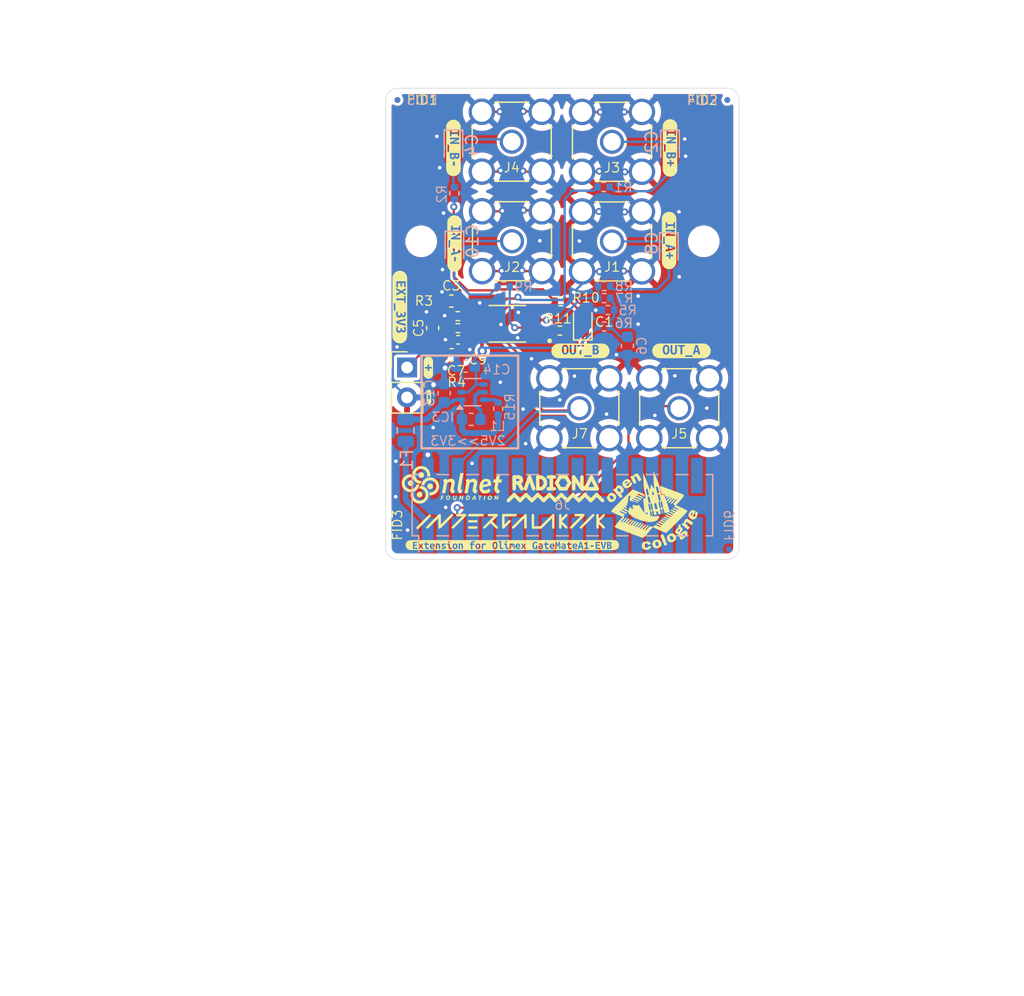
<source format=kicad_pcb>
(kicad_pcb (version 20240108) (generator "pcbnew") (generator_version "8.0")
  (title_block (title "${project_name} ${project_version}") (date "2024-12-02") (rev "${project_version}") (company "${project_creator}") (comment 1 "${project_license}"))
  (layers (0 "F.Cu" signal) (1 "In1.Cu" signal "GND1.Cu") (2 "In2.Cu" signal "GND2.Cu") (31 "B.Cu" signal) (34 "B.Paste" user) (35 "F.Paste" user) (36 "B.SilkS" user "B.Silkscreen") (37 "F.SilkS" user "F.Silkscreen") (38 "B.Mask" user) (39 "F.Mask" user) (44 "Edge.Cuts" user))
  (property "project_creator" "Intergalaktik d.o.o.")
  (property "project_license" "CERN-OHL-S v2")
  (property "project_name" "Olimex Extension anaIO")
  (property "project_version" "v0.1")
  (property "project_year" "2024.")
  (net 0 "")
  (net 1 "/Main Sheet/NB_A0_0P")
  (net 2 "GND")
  (net 3 "Net-(IC3-EN)")
  (net 4 "Net-(IC3-L)")
  (net 5 "Net-(C1-Pad2)")
  (net 6 "+Exten_V")
  (net 7 "Net-(C2-Pad2)")
  (net 8 "/Main Sheet/IN_B+")
  (net 9 "Net-(OPAMP1-2-INB+)")
  (net 10 "/Main Sheet/IN_B-")
  (net 11 "Net-(C4-Pad2)")
  (net 12 "+VCC_HIGH")
  (net 13 "Net-(C6-Pad1)")
  (net 14 "/Main Sheet/IN_A+")
  (net 15 "Net-(C8-Pad2)")
  (net 16 "Net-(C10-Pad2)")
  (net 17 "/Main Sheet/IN_A-")
  (net 18 "+VCC_LOW")
  (net 19 "/Main Sheet/NB_A3_3P")
  (net 20 "/Main Sheet/NB_A8_8P")
  (net 21 "/Main Sheet/NB_B8_8N")
  (net 22 "/Main Sheet/NB_B5_5N")
  (net 23 "/Main Sheet/NB_B4_4N")
  (net 24 "/Main Sheet/NB_A7_7P")
  (net 25 "/Main Sheet/NB_B6_6N")
  (net 26 "/Main Sheet/NB_A4_4P")
  (net 27 "/Main Sheet/NB_B2_2N")
  (net 28 "/Main Sheet/NB_A5_5P")
  (net 29 "/Main Sheet/NB_B3_3N")
  (net 30 "/Main Sheet/NB_A2_2P")
  (net 31 "/Main Sheet/NB_B7_7N")
  (net 32 "/Main Sheet/NB_A1_1P")
  (net 33 "/Main Sheet/NB_A6_6P")
  (net 34 "/Main Sheet/NB_B0_0N")
  (net 35 "/Main Sheet/NB_B1_1N")
  (net 36 "Net-(OPAMP1-2-INA-)")
  (net 37 "Net-(OPAMP1-2-INA+)")
  (net 38 "Net-(OPAMP1-2-INB-)")
  (footprint "Capacitor_SMD:C_0402_1005Metric" (layer "F.Cu") (at 91.4 63.195)
    (property "Reference" "C9")
    (property "Value" "0.1u" (hide yes))
  )
  (footprint "Fiducial:Fiducial_0.5mm_Mask1mm" (layer "F.Cu") (at 86.08 80.975)
    (property "Reference" "FID3")
    (property "Value" "Fiducial_F_BL" (hide yes))
  )
  (footprint "Connector_Coaxial:SMA_Amphenol_901-144_Vertical" (layer "F.Cu") (at 101.69 69.005)
    (property "Reference" "J7")
    (property "Value" "SMA" (hide yes))
  )
  (footprint "Connector_PinHeader_2.54mm:PinHeader_1x02_P2.54mm_Vertical" (layer "F.Cu") (at 87.06 65.545)
    (property "Reference" "J8" (hide yes))
    (property "Value" "EXT")
  )
  (footprint "Capacitor_SMD:C_0603_1608Metric" (layer "F.Cu") (at 89.24 62.195 90)
    (property "Reference" "C5")
    (property "Value" "1u" (hide yes))
  )
  (footprint "Cologne:open_cologne_small" (layer "F.Cu") (at 107.77 77.64)
    (property "Reference" "H3" (hide yes))
    (property "Value" "Logo OpenCologne" (hide yes))
  )
  (footprint "kibuzzard-67560E96" (layer "F.Cu") (at 110.36 64.135)
    (property "Reference" "kibuzzard-67560E96" (hide yes))
    (property "Value" "G***" (hide yes))
  )
  (footprint "Fiducial:Fiducial_0.5mm_Mask1mm" (layer "F.Cu") (at 86.25 42.835)
    (property "Reference" "FID1")
    (property "Value" "Fiducial_F_TL" (hide yes))
  )
  (footprint "max40089:SOP65P490X110-8N" (layer "F.Cu") (at 95.5825 61.835 180)
    (property "Reference" "OPAMP1-2" (hide yes))
    (property "Value" "MAX40089AUA+" (hide yes))
  )
  (footprint "Resistor_SMD:R_0402_1005Metric" (layer "F.Cu") (at 100.04 62.415)
    (property "Reference" "R11")
    (property "Value" "22k" (hide yes))
  )
  (footprint "Fiducial:Fiducial_0.5mm_Mask1mm" (layer "F.Cu") (at 114.25 42.835)
    (property "Reference" "FID2")
    (property "Value" "Fiducial_F_TR" (hide yes))
  )
  (footprint "MountingHole:MountingHole_2.2mm_M2" (layer "F.Cu") (at 88.26 54.835)
    (property "Reference" "H5" (hide yes))
    (property "Value" "MountingHole" (hide yes))
  )
  (footprint "kibuzzard-67560D36" (layer "F.Cu") (at 109.31 54.765 -90)
    (property "Reference" "kibuzzard-67560D36" (hide yes))
    (property "Value" "G***" (hide yes))
  )
  (footprint "kibuzzard-67561DC2" (layer "F.Cu") (at 86.45 60.415 -90)
    (property "Reference" "kibuzzard-67561DC2" (hide yes))
    (property "Value" "G***" (hide yes))
  )
  (footprint "kibuzzard-6756200A" (layer "F.Cu") (at 88.92 68.055 -90)
    (property "Reference" "kibuzzard-6756200A" (hide yes))
    (property "Value" "G***" (hide yes))
  )
  (footprint "Resistor_SMD:R_0402_1005Metric" (layer "F.Cu") (at 100.12 59.925 180)
    (property "Reference" "R10")
    (property "Value" "1k" (hide yes))
  )
  (footprint "Resistor_SMD:R_0402_1005Metric" (layer "F.Cu") (at 91.38 62.205)
    (property "Reference" "R4")
    (property "Value" "10k" (hide yes))
  )
  (footprint "MountingHole:MountingHole_2.2mm_M2" (layer "F.Cu") (at 112.25 54.835)
    (property "Reference" "H6" (hide yes))
    (property "Value" "MountingHole" (hide yes))
  )
  (footprint "Capacitor_SMD:C_0603_1608Metric" (layer "F.Cu") (at 90.84 64.455)
    (property "Reference" "C7")
    (property "Value" "1u" (hide yes))
  )
  (footprint "nlnet:nlnet" (layer "F.Cu") (at 90.86 75.505)
    (property "Reference" "H2" (hide yes))
    (property "Value" "Logo NLnet" (hide yes))
  )
  (footprint "kibuzzard-67561FBD" (layer "F.Cu") (at 88.87 65.565 -90)
    (property "Reference" "kibuzzard-67561FBD" (hide yes))
    (property "Value" "G***" (hide yes))
  )
  (footprint "kibuzzard-67560CDF" (layer "F.Cu") (at 91 46.905 -90)
    (property "Reference" "kibuzzard-67560CDF" (hide yes))
    (property "Value" "G***" (hide yes))
  )
  (footprint "Connector_Coaxial:SMA_Amphenol_901-144_Vertical" (layer "F.Cu") (at 104.46 54.845)
    (property "Reference" "J1")
    (property "Value" "SMA" (hide yes))
  )
  (footprint "Connector_Coaxial:SMA_Amphenol_901-144_Vertical" (layer "F.Cu") (at 95.97 54.825)
    (property "Reference" "J2")
    (property "Value" "SMA" (hide yes))
  )
  (footprint "intergalaktik:intergalaktik" (layer "F.Cu") (at 95.890409 78.486446)
    (property "Reference" "H1" (hide yes))
    (property "Value" "Logo Intergalaktik" (hide yes))
  )
  (footprint "kibuzzard-67560CBC" (layer "F.Cu") (at 109.39 46.905 -90)
    (property "Reference" "kibuzzard-67560CBC" (hide yes))
    (property "Value" "G***" (hide yes))
  )
  (footprint "radiona:radiona_small" (layer "F.Cu") (at 99.659591 74.843554)
    (property "Reference" "H4" (hide yes))
    (property "Value" "Logo Radiona" (hide yes))
  )
  (footprint "Resistor_SMD:R_0402_1005Metric" (layer "F.Cu") (at 91.37 61.185 180)
    (property "Reference" "R3")
    (property "Value" "10k" (hide yes))
  )
  (footprint "Capacitor_Tantalum_SMD:CP_EIA-1608-10_AVX-L" (layer "F.Cu") (at 101.98 61.7025 90)
    (property "Reference" "C1")
    (property "Value" "10u" (hide yes))
  )
  (footprint "Connector_Coaxial:SMA_Amphenol_901-144_Vertical" (layer "F.Cu") (at 110.17 69.005)
    (property "Reference" "J5")
    (property "Value" "SMA" (hide yes))
  )
  (footprint "Capacitor_SMD:C_0603_1608Metric" (layer "F.Cu") (at 90.82 59.905 180)
    (property "Reference" "C3")
    (property "Value" "10u" (hide yes))
  )
  (footprint "kibuzzard-67560ECB" (layer "F.Cu") (at 101.78 64.135)
    (property "Reference" "kibuzzard-67560ECB" (hide yes))
    (property "Value" "G***" (hide yes))
  )
  (footprint "Connector_Coaxial:SMA_Amphenol_901-144_Vertical" (layer "F.Cu") (at 95.95 46.375)
    (property "Reference" "J4")
    (property "Value" "SMA" (hide yes))
  )
  (footprint "Connector_Coaxial:SMA_Amphenol_901-144_Vertical" (layer "F.Cu") (at 104.46 46.385)
    (property "Reference" "J3")
    (property "Value" "SMA" (hide yes))
  )
  (footprint "kibuzzard-674D68C8" (layer "F.Cu") (at 96 80.625)
    (property "Reference" "kibuzzard-674D68C8" (hide yes))
    (property "Value" "G***" (hide yes))
  )
  (footprint "kibuzzard-67560D10" (layer "F.Cu") (at 91.09 55.015 -90)
    (property "Reference" "kibuzzard-67560D10" (hide yes))
    (property "Value" "G***" (hide yes))
  )
  (footprint "Resistor_SMD:R_0402_1005Metric" (layer "B.Cu") (at 103.8 59.655 180)
    (property "Reference" "R7")
    (property "Value" "22k" (hide yes))
  )
  (footprint "Fiducial:Fiducial_0.5mm_Mask1mm" (layer "B.Cu") (at 114.25 42.835 180)
    (property "Reference" "FID4")
    (property "Value" "Fiducial_B_TL" (hide yes))
  )
  (footprint "Capacitor_Tantalum_SMD:CP_EIA-1608-10_AVX-L" (layer "B.Cu") (at 109.29 55.615 -90)
    (property "Reference" "C8")
    (property "Value" "10u" (hide yes))
  )
  (footprint "Resistor_SMD:R_0402_1005Metric" (layer "B.Cu") (at 104.12 60.665 180)
    (property "Reference" "R5")
    (property "Value" "10k" (hide yes))
  )
  (footprint "Inductor_SMD:L_0603_1608Metric" (layer "B.Cu") (at 92.51 69.951666 180)
    (property "Reference" "L1")
    (property "Value" "4.7uH" (hide yes))
  )
  (footprint "Capacitor_Tantalum_SMD:CP_EIA-1608-10_AVX-L" (layer "B.Cu") (at 109.39 46.905 -90)
    (property "Reference" "C2")
    (property "Value" "10u" (hide yes))
  )
  (footprint "Package_TO_SOT_SMD:SOT-363_SC-70-6" (layer "B.Cu") (at 92.62 67.641666)
    (property "Reference" "IC3")
    (property "Value" "TLV61225DC" (hide yes))
  )
  (footprint "Resistor_SMD:R_0402_1005Metric" (layer "B.Cu") (at 103.8 62.065)
    (property "Reference" "R6")
    (property "Value" "10k" (hide yes))
  )
  (footprint "Connector_PinSocket_2.54mm:PinSocket_2x10_P2.54mm_Vertical_SMD" (layer "B.Cu") (at 100.25 77.24 -90)
    (property "Reference" "J6")
    (property "Value" "MISC" (hide yes))
  )
  (footprint "Resistor_SMD:R_0402_1005Metric" (layer "B.Cu") (at 103.8 58.635 180)
    (property "Reference" "R8")
    (property "Value" "1k" (hide yes))
  )
  (footprint "Fiducial:Fiducial_0.5mm_Mask1mm" (layer "B.Cu") (at 114.39 80.975 180)
    (property "Reference" "FID6")
    (property "Value" "Fiducial_B_BL" (hide yes))
  )
  (footprint "Capacitor_SMD:C_0603_1608Metric" (layer "B.Cu") (at 105.77 63.715 -90)
    (property "Reference" "C6")
    (property "Value" "10u" (hide yes))
  )
  (footprint "Capacitor_Tantalum_SMD:CP_EIA-1608-10_AVX-L" (layer "B.Cu") (at 91 46.8825 -90)
    (property "Reference" "C4")
    (property "Value" "10u" (hide yes))
  )
  (footprint "Fuse:Fuse_0805_2012Metric" (layer "B.Cu") (at 86.94 70.895 90)
    (property "Reference" "F1")
    (property "Value" "0805L050WR" (hide yes))
  )
  (footprint "Resistor_SMD:R_0402_1005Metric" (layer "B.Cu") (at 103.75 50.215)
    (property "Reference" "R1")
    (property "Value" "1k" (hide yes))
  )
  (footprint "Capacitor_Tantalum_SMD:CP_EIA-1608-10_AVX-L" (layer "B.Cu") (at 91.08 55.485 -90)
    (property "Reference" "C10")
    (property "Value" "10u" (hide yes))
  )
  (footprint "Fiducial:Fiducial_0.5mm_Mask1mm" (layer "B.Cu") (at 86.25 42.835 180)
    (property "Reference" "FID5")
    (property "Value" "Fiducial_B_TR" (hide yes))
  )
  (footprint "Capacitor_SMD:C_0603_1608Metric" (layer "B.Cu") (at 92.03 65.441666 180)
    (property "Reference" "C14")
    (property "Value" "10uF" (hide yes))
  )
  (footprint "Resistor_SMD:R_0402_1005Metric" (layer "B.Cu") (at 94.8 69.041666 90)
    (property "Reference" "R15")
    (property "Value" "10K" (hide yes))
  )
  (footprint "Resistor_SMD:R_0402_1005Metric" (layer "B.Cu") (at 91.08 50.755 90)
    (property "Reference" "R2")
    (property "Value" "1k" (hide yes))
  )
  (footprint "Resistor_SMD:R_0402_1005Metric" (layer "B.Cu") (at 95.27 58.685)
    (property "Reference" "R9")
    (property "Value" "1k" (hide yes))
  )
  (footprint "Capacitor_SMD:C_0603_1608Metric" (layer "B.Cu") (at 90.21 67.726666 90)
    (property "Reference" "C13")
    (property "Value" "10uF" (hide yes))
  )
  (gr_rect (start 88.29 64.538334) (end 96.492718 72.411666) (stroke (width 0.2)) (fill none) (layer "B.SilkS"))
  (gr_arc (start 86.25 81.835) (mid 85.542893 81.542107) (end 85.25 80.835) (stroke (width 0.05)) (layer "Edge.Cuts"))
  (gr_arc (start 115.25 80.835) (mid 114.957107 81.542107) (end 114.25 81.835) (stroke (width 0.05)) (layer "Edge.Cuts"))
  (gr_line (start 86.25 41.835) (end 114.25 41.835) (stroke (width 0.05)) (layer "Edge.Cuts"))
  (gr_line (start 85.25 80.835) (end 85.25 42.835) (stroke (width 0.05)) (layer "Edge.Cuts"))
  (gr_arc (start 114.25 41.835) (mid 114.957107 42.127893) (end 115.25 42.835) (stroke (width 0.05)) (layer "Edge.Cuts"))
  (gr_line (start 115.25 42.835) (end 115.25 80.835) (stroke (width 0.05)) (layer "Edge.Cuts"))
  (gr_arc (start 85.25 42.835) (mid 85.542893 42.127893) (end 86.25 41.835) (stroke (width 0.05)) (layer "Edge.Cuts"))
  (gr_line (start 114.25 81.835) (end 86.25 81.835) (stroke (width 0.05)) (layer "Edge.Cuts"))
  (gr_text "2V5>>3V3" (at 95.4975 72.241666 0) (layer "B.SilkS") (effects (font (size 0.8 0.8) (thickness 0.1)) (justify left bottom mirror)))
  (segment (start 98.135 62.81) (end 98.49 63.165) (width 0.2) (layer "F.Cu") (net 1))
  (segment (start 105.86 72.365) (end 105.25 72.975) (width 0.2) (layer "F.Cu") (net 1))
  (segment (start 105.86 68.825) (end 105.86 72.365) (width 0.2) (layer "F.Cu") (net 1))
  (segment (start 101.98 62.415) (end 101.98 66.845) (width 0.2) (layer "F.Cu") (net 1))
  (segment (start 109.99 68.825) (end 110.17 69.005) (width 0.2) (layer "F.Cu") (net 1))
  (segment (start 105.86 68.825) (end 109.99 68.825) (width 0.2) (layer "F.Cu") (net 1))
  (segment (start 98.49 63.165) (end 99.8 63.165) (width 0.2) (layer "F.Cu") (net 1))
  (segment (start 103.96 68.825) (end 105.86 68.825) (width 0.2) (layer "F.Cu") (net 1))
  (segment (start 100.78 77.445) (end 91.32 77.445) (width 0.2) (layer "F.Cu") (net 1))
  (segment (start 100.55 62.415) (end 101.98 62.415) (width 0.2) (layer "F.Cu") (net 1))
  (segment (start 99.8 63.165) (end 100.55 62.415) (width 0.2) (layer "F.Cu") (net 1))
  (segment (start 101.98 66.845) (end 103.96 68.825) (width 0.2) (layer "F.Cu") (net 1))
  (segment (start 97.7475 62.81) (end 98.135 62.81) (width 0.2) (layer "F.Cu") (net 1))
  (segment (start 105.25 72.975) (end 100.78 77.445) (width 0.2) (layer "F.Cu") (net 1))
  (via (at 91.32 77.445) (size 0.6) (drill 0.3) (layers "F.Cu" "B.Cu") (net 1))
  (segment (start 91.32 79.72) (end 91.36 79.76) (width 0.2) (layer "B.Cu") (net 1))
  (segment (start 91.32 77.445) (end 91.32 79.72) (width 0.2) (layer "B.Cu") (net 1))
  (segment (start 107 57.385) (end 105.48 57.385) (width 0.2) (layer "F.Cu") (net 2))
  (segment (start 105.56 48.925) (end 105.55 48.935) (width 0.2) (layer "F.Cu") (net 2))
  (segment (start 98.49 48.915) (end 96.94 48.915) (width 0.2) (layer "F.Cu") (net 2))
  (segment (start 93.43 52.285) (end 95.11 52.285) (width 0.2) (layer "F.Cu") (net 2))
  (segment (start 90.045 59.14) (end 90.03 59.125) (width 0.2) (layer "F.Cu") (net 2))
  (segment (start 101.92 52.305) (end 103.35 52.305) (width 0.2) (layer "F.Cu") (net 2))
  (segment (start 105.48 57.385) (end 105.45 57.355) (width 0.2) (layer "F.Cu") (net 2))
  (segment (start 91.96 64.455) (end 92.39 64.025) (width 0.2) (layer "F.Cu") (net 2))
  (segment (start 94.92 48.915) (end 95.01 48.825) (width 0.2) (layer "F.Cu") (net 2))
  (segment (start 98.45 43.795) (end 96.93 43.795) (width 0.2) (layer "F.Cu") (net 2))
  (segment (start 101.92 43.845) (end 101.94 43.865) (width 0.2) (layer "F.Cu") (net 2))
  (segment (start 91.615 64.455) (end 91.96 64.455) (width 0.2) (layer "F.Cu") (net 2))
  (segment (start 107 48.925) (end 105.56 48.925) (width 0.2) (layer "F.Cu") (net 2))
  (segment (start 88.71 60.825) (end 89.24 61.355) (width 0.2) (layer "F.Cu") (net 2))
  (segment (start 95.11 52.285) (end 95.15 52.245) (width 0.2) (layer "F.Cu") (net 2))
  (segment (start 97.7475 60.86) (end 96.515 60.86) (width 0.2) (layer "F.Cu") (net 2))
  (segment (start 90.045 59.905) (end 90.045 59.14) (width 0.2) (layer "F.Cu") (net 2))
  (segment (start 93.41 48.915) (end 94.92 48.915) (width 0.2) (layer "F.Cu") (net 2))
  (segment (start 98.49 43.835) (end 98.45 43.795) (width 0.2) (layer "F.Cu") (net 2))
  (segment (start 107 52.305) (end 105.56 52.305) (width 0.2) (layer "F.Cu") (net 2))
  (segment (start 98.42 52.195) (end 98.51 52.285) (width 0.2) (layer "F.Cu") (net 2))
  (segment (start 103.34 48.925) (end 103.38 48.885) (width 0.2) (layer "F.Cu") (net 2))
  (segment (start 93.43 57.365) (end 95.07 57.365) (width 0.2) (layer "F.Cu") (net 2))
  (segment (start 93.41 43.835) (end 94.94 43.835) (width 0.2) (layer "F.Cu") (net 2))
  (segment (start 96.88 57.365) (end 96.82 57.305) (width 0.2) (layer "F.Cu") (net 2))
  (segment (start 89.24 61.355) (end 89.24 61.42) (width 0.2) (layer "F.Cu") (net 2))
  (segment (start 96.94 52.195) (end 98.42 52.195) (width 0.2) (layer "F.Cu") (net 2))
  (segment (start 101.92 48.925) (end 103.34 48.925) (width 0.2) (layer "F.Cu") (net 2))
  (segment (start 90.86 61.185) (end 90.29 61.185) (width 0.2) (layer "F.Cu") (net 2))
  (segment (start 96.94 48.915) (end 96.89 48.865) (width 0.2) (layer "F.Cu") (net 2))
  (segment (start 94.94 43.835) (end 94.95 43.825) (width 0.2) (layer "F.Cu") (net 2))
  (segment (start 101.92 57.385) (end 103.38 57.385) (width 0.2) (layer "F.Cu") (net 2))
  (segment (start 96.515 60.86) (end 96.51 60.865) (width 0.2) (layer "F.Cu") (net 2))
  (segment (start 95.07 57.365) (end 95.1 57.335) (width 0.2) (layer "F.Cu") (net 2))
  (segment (start 90.92 63.195) (end 90.33 63.195) (width 0.2) (layer "F.Cu") (net 2))
  (segment (start 101.94 43.865) (end 103.47 43.865) (width 0.2) (layer "F.Cu") (net 2))
  (segment (start 105.56 52.305) (end 105.53 52.335) (width 0.2) (layer "F.Cu") (net 2))
  (segment (start 107 43.845) (end 105.5 43.845) (width 0.2) (layer "F.Cu") (net 2))
  (segment (start 98.51 57.365) (end 96.88 57.365) (width 0.2) (layer "F.Cu") (net 2))
  (segment (start 103.38 57.385) (end 103.4 57.405) (width 0.2) (layer "F.Cu") (net 2))
  (segment (start 90.29 61.185) (end 90.25 61.145) (width 0.2) (layer "F.Cu") (net 2))
  (segment (start 90.33 63.195) (end 90.32 63.185) (width 0.2) (layer "F.Cu") (net 2))
  (via (at 96.82 57.305) (size 0.6) (drill 0.3) (layers "F.Cu" "B.Cu") (net 2))
  (via (at 110.17 57.845) (size 0.6) (drill 0.3) (layers "F.Cu" "B.Cu") (net 2))
  (via (at 94.98 66.795) (size 0.6) (drill 0.3) (layers "F.Cu" "B.Cu") (net 2))
  (via (at 110.71 47.605) (size 0.6) (drill 0.3) (layers "F.Cu" "B.Cu") (net 2))
  (via (at 89.59 45.925) (size 0.6) (drill 0.3) (layers "F.Cu" "B.Cu") (net 2))
  (via (at 95.1 57.335) (size 0.6) (drill 0.3) (layers "F.Cu" "B.Cu") (net 2))
  (via (at 104 69.505) (size 0.6) (drill 0.3) (layers "F.Cu" "B.Cu") (net 2))
  (via (at 105.55 48.935) (size 0.6) (drill 0.3) (layers "F.Cu" "B.Cu") (net 2))
  (via (at 90.16 52.435) (size 0.6) (drill 0.3) (layers "F.Cu" "B.Cu") (net 2))
  (via (at 86.11 73.505) (size 0.6) (drill 0.3) (layers "F.Cu" "B.Cu") (net 2))
  (via (at 95.03 61.895) (size 0.6) (drill 0.3) (layers "F.Cu" "B.Cu") (net 2))
  (via (at 90.32 63.185) (size 0.6) (drill 0.3) (layers "F.Cu" "B.Cu") (net 2))
  (via (at 103.35 52.305) (size 0.6) (drill 0.3) (layers "F.Cu" "B.Cu") (net 2))
  (via (at 95.01 48.825) (size 0.6) (drill 0.3) (layers "F.Cu" "B.Cu") (net 2))
  (via (at 103.4 57.405) (size 0.6) (drill 0.3) (layers "F.Cu" "B.Cu") (net 2))
  (via (at 105.45 57.355) (size 0.6) (drill 0.3) (layers "F.Cu" "B.Cu") (net 2))
  (via (at 108.1 69.615) (size 0.6) (drill 0.3) (layers "F.Cu" "B.Cu") (net 2))
  (via (at 90.25 61.145) (size 0.6) (drill 0.3) (layers "F.Cu" "B.Cu") (net 2))
  (via (at 95.15 52.245) (size 0.6) (drill 0.3) (layers "F.Cu" "B.Cu") (net 2))
  (via (at 96.94 52.195) (size 0.6) (drill 0.3) (layers "F.Cu" "B.Cu") (net 2))
  (via (at 94.95 43.825) (size 0.6) (drill 0.3) (layers "F.Cu" "B.Cu") (net 2))
  (via (at 110.64 46.145) (size 0.6) (drill 0.3) (layers "F.Cu" "B.Cu") (net 2))
  (via (at 96.91 69.075) (size 0.6) (drill 0.3) (layers "F.Cu" "B.Cu") (net 2))
  (via (at 96.45 63.025) (size 0.6) (drill 0.3) (layers "F.Cu" "B.Cu") (net 2))
  (via (at 90.03 59.125) (size 0.6) (drill 0.3) (layers "F.Cu" "B.Cu") (net 2))
  (via (at 100.03 68.295) (size 0.6) (drill 0.3) (layers "F.Cu" "B.Cu") (net 2))
  (via (at 86.09 76.515) (size 0.6) (drill 0.3) (layers "F.Cu" "B.Cu") (net 2))
  (via (at 88.82 72.96) (size 0.8) (drill 0.4) (layers "F.Cu" "B.Cu") (net 2))
  (via (at 92.58 73.685) (size 0.6) (drill 0.3) (layers "F.Cu" "B.Cu") (net 2))
  (via (at 101.69 54.805) (size 0.6) (drill 0.3) (layers "F.Cu" "B.Cu") (net 2))
  (via (at 90.07 57.235) (size 0.6) (drill 0.3) (layers "F.Cu" "B.Cu") (net 2))
  (via (at 98.33 54.785) (size 0.6) (drill 0.3) (layers "F.Cu" "B.Cu") (net 2))
  (via (at 106.68 59.485) (size 0.6) (drill 0.3) (layers "F.Cu" "B.Cu") (net 2))
  (via (at 96.89 48.865) (size 0.6) (drill 0.3) (layers "F.Cu" "B.Cu") (net 2))
  (via (at 97.63 64.805) (size 0.6) (drill 0.3) (layers "F.Cu" "B.Cu") (net 2))
  (via (at 112.51 68.995) (size 0.6) (drill 0.3) (layers "F.Cu" "B.Cu") (net 2))
  (via (at 96.93 43.795) (size 0.6) (drill 0.3) (layers "F.Cu" "B.Cu") (net 2))
  (via (at 89.31 67.005) (size 0.8) (drill 0.4) (layers "F.Cu" "B.Cu") (net 2))
  (via (at 89.27 70.645) (size 0.6) (drill 0.3) (layers "F.Cu" "B.Cu") (net 2))
  (via (at 103.38 48.885) (size 0.6) (drill 0.3) (layers "F.Cu" "B.Cu") (net 2))
  (via (at 90.34 77.425) (size 0.6) (drill 0.3) (layers "F.Cu" "B.Cu") (net 2))
  (via (at 86.21 63.795) (size 0.6) (drill 0.3) (layers "F.Cu" "B.Cu") (net 2))
  (via (at 105.53 52.335) (size 0.6) (drill 0.3) (layers "F.Cu" "B.Cu") (net 2))
  (via (at 106.68 61.865) (size 0.6) (drill 0.3) (layers "F.Cu" "B.Cu") (net 2))
  (via (at 90.29 65.585) (size 0.8) (drill 0.4) (layers "F.Cu" "B.Cu") (net 2))
  (via (at 101.28 66.275) (size 0.6) (drill 0.3) (layers "F.Cu" "B.Cu") (net 2))
  (via (at 103.47 43.865) (size 0.6) (drill 0.3) (layers "F.Cu" "B.Cu") (net 2))
  (via (at 93.23 60.065) (size 0.6) (drill 0.3) (layers "F.Cu" "B.Cu") (net 2))
  (via (at 88.71 60.825) (size 0.6) (drill 0.3) (layers "F.Cu" "B.Cu") (net 2))
  (via (at 89.83 48.585) (size 0.6) (drill 0.3) (layers "F.Cu" "B.Cu") (net 2))
  (via (at 101.21 59.155) (size 0.6) (drill 0.3) (layers "F.Cu" "B.Cu") (net 2))
  (via (at 96.51 60.865) (size 0.6) (drill 0.3) (layers "F.Cu" "B.Cu") (net 2))
  (via (at 105.5 43.845) (size 0.6) (drill 0.3) (layers "F.Cu" "B.Cu") (net 2))
  (via (at 97.13 72.015) (size 0.6) (drill 0.3) (layers "F.Cu" "B.Cu") (net 2))
  (via (at 110.15 52.325) (size 0.6) (drill 0.3) (layers "F.Cu" "B.Cu") (net 2))
  (via (at 109.8 66.255) (size 0.6) (drill 0.3) (layers "F.Cu" "B.Cu") (net 2))
  (via (at 87.1 79.355) (size 0.6) (drill 0.3) (layers "F.Cu" "B.Cu") (net 2))
  (via (at 92.39 64.025) (size 0.6) (drill 0.3) (layers "F.Cu" "B.Cu") (net 2))
  (via (at 104.84 64.465) (size 0.6) (drill 0.3) (layers "F.Cu" "B.Cu") (net 2))
  (via (at 103.08 60.675) (size 0.6) (drill 0.3) (layers "F.Cu" "B.Cu") (net 2))
  (segment (start 104.865 64.49) (end 104.84 64.465) (width 0.2) (layer "B.Cu") (net 2))
  (segment (start 103.09 60.665) (end 103.08 60.675) (width 0.2) (layer "B.Cu") (net 2))
  (segment (start 91.67 65.856666) (end 91.255 65.441666) (width 0.3) (layer "B.Cu") (net 2))
  (segment (start 101.92 58.445) (end 101.21 59.155) (width 0.2) (layer "B.Cu") (net 2))
  (segment (start 89.363334 66.951666) (end 90.21 66.951666) (width 0.3) (layer "B.Cu") (net 2))
  (segment (start 103.61 60.665) (end 103.09 60.665) (width 0.2) (layer "B.Cu") (net 2))
  (segment (start 89.31 67.005) (end 89.363334 66.951666) (width 0.3) (layer "B.Cu") (net 2))
  (segment (start 91.63 66.951666) (end 91.67 66.991666) (width 0.3) (layer "B.Cu") (net 2))
  (segment (start 90.29 65.585) (end 90.433334 65.441666) (width 0.3) (layer "B.Cu") (net 2))
  (segment (start 85.85 66.875) (end 85.85 66.715) (width 0.2) (layer "B.Cu") (net 2))
  (segment (start 85.85 64.155) (end 86.21 63.795) (width 0.2) (layer "B.Cu") (net 2))
  (segment (start 90.21 66.951666) (end 91.63 66.951666) (width 0.3) (layer "B.Cu") (net 2))
  (segment (start 91.67 66.991666) (end 91.67 65.856666) (width 0.3) (layer "B.Cu") (net 2))
  (segment (start 101.92 57.385) (end 101.92 58.445) (width 0.2) (layer "B.Cu") (net 2))
  (segment (start 105.77 64.49) (end 104.865 64.49) (width 0.2) (layer "B.Cu") (net 2))
  (segment (start 88.82 72.96) (end 88.82 74.72) (width 0.5) (layer "B.Cu") (net 2))
  (segment (start 87.06 68.085) (end 85.85 66.875) (width 0.2) (layer "B.Cu") (net 2))
  (segment (start 90.433334 65.441666) (end 91.255 65.441666) (width 0.3) (layer "B.Cu") (net 2))
  (segment (start 85.85 66.715) (end 85.85 64.155) (width 0.2) (layer "B.Cu") (net 2))
  (segment (start 93.57 68.291666) (end 94.56 68.291666) (width 0.3) (layer "B.Cu") (net 3))
  (segment (start 94.56 68.291666) (end 94.8 68.531666) (width 0.3) (layer "B.Cu") (net 3))
  (segment (start 93.2975 69.184166) (end 93.2975 69.951666) (width 0.3) (layer "B.Cu") (net 4))
  (segment (start 93.57 67.641666) (end 93.165 67.641666) (width 0.3) (layer "B.Cu") (net 4))
  (segment (start 92.815 68.701666) (end 93.2975 69.184166) (width 0.3) (layer "B.Cu") (net 4))
  (segment (start 92.825 67.981666) (end 92.825 68.691666) (width 0.3) (layer "B.Cu") (net 4))
  (segment (start 93.165 67.641666) (end 92.825 67.981666) (width 0.3) (layer "B.Cu") (net 4))
  (segment (start 92.825 68.691666) (end 92.815 68.701666) (width 0.3) (layer "B.Cu") (net 4))
  (segment (start 100.915 59.925) (end 101.98 60.99) (width 0.2) (layer "F.Cu") (net 5))
  (segment (start 100.63 59.925) (end 100.915 59.925) (width 0.2) (layer "F.Cu") (net 5))
  (segment (start 88.82 78.655) (end 86.94 76.775) (width 0.5) (layer "B.Cu") (net 6))
  (segment (start 86.94 76.775) (end 86.94 71.8325) (width 0.5) (layer "B.Cu") (net 6))
  (segment (start 88.82 79.76) (end 88.82 78.655) (width 0.5) (layer "B.Cu") (net 6))
  (segment (start 109.39 48.965) (end 109.39 47.6175) (width 0.2) (layer "B.Cu") (net 7))
  (segment (start 107.78 50.575) (end 109.39 48.965) (width 0.2) (layer "B.Cu") (net 7))
  (segment (start 104.62 50.575) (end 107.78 50.575) (width 0.2) (layer "B.Cu") (net 7))
  (segment (start 104.26 50.215) (end 104.62 50.575) (width 0.2) (layer "B.Cu") (net 7))
  (segment (start 109.1975 46.385) (end 109.39 46.1925) (width 0.2) (layer "B.Cu") (net 8))
  (segment (start 104.46 46.385) (end 109.1975 46.385) (width 0.2) (layer "B.Cu") (net 8))
  (segment (start 91.595 59.905) (end 91.595 60.25) (width 0.2) (layer "F.Cu") (net 9))
  (segment (start 91.595 60.25) (end 92.205 60.86) (width 0.2) (layer "F.Cu") (net 9))
  (segment (start 94.375 60.86) (end 93.4175 60.86) (width 0.2) (layer "F.Cu") (net 9))
  (segment (start 95.54 59.695) (end 94.375 60.86) (width 0.2) (layer "F.Cu") (net 9))
  (segment (start 91.89 62.205) (end 91.89 61.195) (width 0.2) (layer "F.Cu") (net 9))
  (segment (start 91.89 61.195) (end 91.88 61.185) (width 0.2) (layer "F.Cu") (net 9))
  (segment (start 96.47 59.575) (end 96.35 59.695) (width 0.2) (layer "F.Cu") (net 9))
  (segment (start 96.35 59.695) (end 95.54 59.695) (width 0.2) (layer "F.Cu") (net 9))
  (segment (start 92.205 60.86) (end 91.88 61.185) (width 0.2) (layer "F.Cu") (net 9))
  (segment (start 93.4175 60.86) (end 92.205 60.86) (width 0.2) (layer "F.Cu") (net 9))
  (via (at 96.47 59.575) (size 0.6) (drill 0.3) (layers "F.Cu" "B.Cu") (net 9))
  (segment (start 100.95 50.725) (end 100.95 50.535) (width 0.2) (layer "B.Cu") (net 9))
  (segment (start 96.71 59.815) (end 100.26 59.815) (width 0.2) (layer "B.Cu") (net 9))
  (segment (start 100.44 51.235) (end 100.95 50.725) (width 0.2) (layer "B.Cu") (net 9))
  (segment (start 100.44 59.635) (end 100.44 51.235) (width 0.2) (layer "B.Cu") (net 9))
  (segment (start 102.92 50.535) (end 103.24 50.215) (width 0.2) (layer "B.Cu") (net 9))
  (segment (start 100.95 50.535) (end 102.92 50.535) (width 0.2) (layer "B.Cu") (net 9))
  (segment (start 96.47 59.575) (end 96.71 59.815) (width 0.2) (layer "B.Cu") (net 9))
  (segment (start 100.26 59.815) (end 100.44 59.635) (width 0.2) (layer "B.Cu") (net 9))
  (segment (start 91 46.17) (end 95.745 46.17) (width 0.2) (layer "B.Cu") (net 10))
  (segment (start 95.745 46.17) (end 95.95 46.375) (width 0.2) (layer "B.Cu") (net 10))
  (segment (start 91 50.165) (end 91.08 50.245) (width 0.2) (layer "B.Cu") (net 11))
  (segment (start 91 47.595) (end 91 50.165) (width 0.2) (layer "B.Cu") (net 11))
  (segment (start 88.15 64.455) (end 90.065 64.455) (width 0.2) (layer "F.Cu") (net 12))
  (segment (start 89.65 64.455) (end 89.24 64.045) (width 0.2) (layer "F.Cu") (net 12))
  (segment (start 90.87 62.205) (end 90.005 62.205) (width 0.3) (layer "F.Cu") (net 12))
  (segment (start 90.065 64.455) (end 89.65 64.455) (width 0.2) (layer "F.Cu") (net 12))
  (segment (start 90.89 62.205) (end 91.88 63.195) (width 0.2) (layer "F.Cu") (net 12))
  (segment (start 90.87 62.205) (end 90.89 62.205) (width 0.2) (layer "F.Cu") (net 12))
  (segment (start 93.4175 64.1025) (end 93.45 64.135) (width 0.2) (layer "F.Cu") (net 12))
  (segment (start 93.4175 62.81) (end 92.265 62.81) (width 0.2) (layer "F.Cu") (net 12))
  (segment (start 93.4175 62.81) (end 93.4175 64.1025) (width 0.3) (layer "F.Cu") (net 12))
  (segment (start 90.005 62.205) (end 89.24 62.97) (width 0.3) (layer "F.Cu") (net 12))
  (segment (start 87.06 65.545) (end 88.15 64.455) (width 0.2) (layer "F.Cu") (net 12))
  (segment (start 92.265 62.81) (end 91.88 63.195) (width 0.2) (layer "F.Cu") (net 12))
  (segment (start 89.24 64.045) (end 89.24 62.97) (width 0.2) (layer "F.Cu") (net 12))
  (via (at 93.45 64.135) (size 0.8) (drill 0.4) (layers "F.Cu" "B.Cu") (net 12))
  (segment (start 92.805 64.78) (end 93.45 64.135) (width 0.2) (layer "B.Cu") (net 12))
  (segment (start 92.273334 67.641666) (end 92.923334 66.991666) (width 0.2) (layer "B.Cu") (net 12))
  (segment (start 92.805 65.441666) (end 92.805 64.78) (width 0.2) (layer "B.Cu") (net 12))
  (segment (start 92.923334 66.991666) (end 92.923334 65.56) (width 0.2) (layer "B.Cu") (net 12))
  (segment (start 93.71 63.875) (end 93.45 64.135) (width 0.2) (layer "B.Cu") (net 12))
  (segment (start 92.923334 65.56) (end 92.805 65.441666) (width 0.2) (layer "B.Cu") (net 12))
  (segment (start 91.67 67.641666) (end 92.273334 67.641666) (width 0.2) (layer "B.Cu") (net 12))
  (segment (start 92.923334 66.991666) (end 93.57 66.991666) (width 0.2) (layer "B.Cu") (net 12))
  (segment (start 101.48 63.875) (end 93.71 63.875) (width 0.2) (layer "B.Cu") (net 12))
  (segment (start 103.29 62.065) (end 101.48 63.875) (width 0.2) (layer "B.Cu") (net 12))
  (segment (start 104.31 62.065) (end 104.31 61.575) (width 0.2) (layer "B.Cu") (net 13))
  (segment (start 104.31 62.065) (end 105.185 62.94) (width 0.2) (layer "B.Cu") (net 13))
  (segment (start 104.63 60.125) (end 104.63 60.665) (width 0.2) (layer "B.Cu") (net 13))
  (segment (start 104.31 59.655) (end 104.31 59.805) (width 0.2) (layer "B.Cu") (net 13))
  (segment (start 104.63 61.255) (end 104.63 60.665) (width 0.2) (layer "B.Cu") (net 13))
  (segment (start 105.185 62.94) (end 105.77 62.94) (width 0.2) (layer "B.Cu") (net 13))
  (segment (start 104.31 59.805) (end 104.63 60.125) (width 0.2) (layer "B.Cu") (net 13))
  (segment (start 104.31 61.575) (end 104.63 61.255) (width 0.2) (layer "B.Cu") (net 13))
  (segment (start 109.2325 54.845) (end 109.29 54.9025) (width 0.2) (layer "B.Cu") (net 14))
  (segment (start 104.46 54.845) (end 109.2325 54.845) (width 0.2) (layer "B.Cu") (net 14))
  (segment (start 109.29 56.3275) (end 109.29 57.925) (width 0.2) (layer "B.Cu") (net 15))
  (segment (start 104.59 58.915) (end 104.31 58.635) (width 0.2) (layer "B.Cu") (net 15))
  (segment (start 105.56 58.895) (end 105.54 58.915) (width 0.2) (layer "B.Cu") (net 15))
  (segment (start 109.29 57.925) (end 108.32 58.895) (width 0.2) (layer "B.Cu") (net 15))
  (segment (start 108.32 58.895) (end 105.56 58.895) (width 0.2) (layer "B.Cu") (net 15))
  (segment (start 105.54 58.915) (end 104.59 58.915) (width 0.2) (layer "B.Cu") (net 15))
  (segment (start 94.09 59.355) (end 94.76 58.685) (width 0.2) (layer "B.Cu") (net 16))
  (segment (start 92.37 59.355) (end 94.09 59.355) (width 0.2) (layer "B.Cu") (net 16))
  (segment (start 91.08 58.065) (end 92.37 59.355) (width 0.2) (layer "B.Cu") (net 16))
  (segment (start 91.08 56.1975) (end 91.08 58.065) (width 0.2) (layer "B.Cu") (net 16))
  (segment (start 95.96 54.815) (end 95.97 54.825) (width 0.2) (layer "B.Cu") (net 17))
  (segment (start 91.08 54.7725) (end 91.1225 54.815) (width 0.2) (layer "B.Cu") (net 17))
  (segment (start 91.1225 54.815) (end 95.96 54.815) (width 0.2) (layer "B.Cu") (net 17))
  (segment (start 91.7225 69.951666) (end 91.7225 68.344166) (width 0.3) (layer "B.Cu") (net 18))
  (segment (start 94.8 69.551666) (end 94.8 70.686666) (width 0.5) (layer "B.Cu") (net 18))
  (segment (start 94.8 70.686666) (end 94.375 71.111666) (width 0.5) (layer "B.Cu") (net 18))
  (segment (start 91.065 68.291666) (end 91.67 68.291666) (width 0.3) (layer "B.Cu") (net 18))
  (segment (start 91.7225 68.344166) (end 91.67 68.291666) (width 0.3) (layer "B.Cu") (net 18))
  (segment (start 88.754166 69.9575) (end 90.21 68.501666) (width 0.5) (layer "B.Cu") (net 18))
  (segment (start 94.375 71.111666) (end 91.985 71.111666) (width 0.5) (layer "B.Cu") (net 18))
  (segment (start 90.21 68.501666) (end 90.855 68.501666) (width 0.3) (layer "B.Cu") (net 18))
  (segment (start 91.985 71.111666) (end 91.7225 70.849166) (width 0.5) (layer "B.Cu") (net 18))
  (segment (start 91.7225 70.849166) (end 91.7225 69.951666) (width 0.5) (layer "B.Cu") (net 18))
  (segment (start 90.855 68.501666) (end 91.065 68.291666) (width 0.3) (layer "B.Cu") (net 18))
  (segment (start 86.94 69.9575) (end 88.754166 69.9575) (width 0.5) (layer "B.Cu") (net 18))
  (segment (start 98.59 69.205) (end 101.49 69.205) (width 0.2) (layer "F.Cu") (net 34))
  (segment (start 101.49 69.205) (end 101.69 69.005) (width 0.2) (layer "F.Cu") (net 34))
  (segment (start 93.4175 62.16) (end 94.275 62.16) (width 0.2) (layer "F.Cu") (net 34))
  (segment (start 94.275 62.16) (end 96.8 64.685) (width 0.2) (layer "F.Cu") (net 34))
  (segment (start 96.8 67.415) (end 98.59 69.205) (width 0.2) (layer "F.Cu") (net 34))
  (segment (start 96.8 64.685) (end 96.8 67.415) (width 0.2) (layer "F.Cu") (net 34))
  (segment (start 101.4 69.295) (end 101.69 69.005) (width 0.2) (layer "B.Cu") (net 34))
  (segment (start 93.18 72.025) (end 95.33 72.025) (width 0.2) (layer "B.Cu") (net 34))
  (segment (start 95.33 72.025) (end 98.06 69.295) (width 0.2) (layer "B.Cu") (net 34))
  (segment (start 91.36 74.72) (end 91.36 73.845) (width 0.2) (layer "B.Cu") (net 34))
  (segment (start 91.36 73.845) (end 93.18 72.025) (width 0.2) (layer "B.Cu") (net 34))
  (segment (start 98.06 69.295) (end 101.4 69.295) (width 0.2) (layer "B.Cu") (net 34))
  (segment (start 97.7475 62.16) (end 99.275 62.16) (width 0.2) (layer "F.Cu") (net 36))
  (segment (start 97.7425 62.165) (end 97.7475 62.16) (width 0.2) (layer "F.Cu") (net 36))
  (segment (start 96.2 62.165) (end 97.7425 62.165) (width 0.2) (layer "F.Cu") (net 36))
  (segment (start 99.275 62.16) (end 99.53 62.415) (width 0.2) (layer "F.Cu") (net 36))
  (via (at 96.2 62.165) (size 0.6) (drill 0.3) (layers "F.Cu" "B.Cu") (net 36))
  (segment (start 95.78 58.685) (end 95.78 61.745) (width 0.2) (layer "B.Cu") (net 36))
  (segment (start 95.78 61.745) (end 96.2 62.165) (width 0.2) (layer "B.Cu") (net 36))
  (segment (start 97.7475 61.51) (end 98.865 61.51) (width 0.2) (layer "F.Cu") (net 37))
  (segment (start 98.865 61.51) (end 98.88 61.525) (width 0.2) (layer "F.Cu") (net 37))
  (via (at 98.88 61.525) (size 0.6) (drill 0.3) (layers "F.Cu" "B.Cu") (net 37))
  (segment (start 99.99 61.525) (end 101.86 59.655) (width 0.2) (layer "B.Cu") (net 37))
  (segment (start 101.86 59.655) (end 103.29 59.655) (width 0.2) (layer "B.Cu") (net 37))
  (segment (start 98.88 61.525) (end 99.99 61.525) (width 0.2) (layer "B.Cu") (net 37))
  (segment (start 103.29 59.655) (end 103.29 58.635) (width 0.2) (layer "B.Cu") (net 37))
  (segment (start 91.03 51.905) (end 91.03 57.835) (width 0.2) (layer "F.Cu") (net 38))
  (segment (start 95.74 60.235) (end 94.465 61.51) (width 0.2) (layer "F.Cu") (net 38))
  (segment (start 94.8 58.915) (end 98.6 58.915) (width 0.2) (layer "F.Cu") (net 38))
  (segment (start 94.465 61.51) (end 93.4175 61.51) (width 0.2) (layer "F.Cu") (net 38))
  (segment (start 98.6 58.915) (end 99.61 59.925) (width 0.2) (layer "F.Cu") (net 38))
  (segment (start 94.72 58.995) (end 94.8 58.915) (width 0.2) (layer "F.Cu") (net 38))
  (segment (start 92.19 58.995) (end 94.72 58.995) (width 0.2) (layer "F.Cu") (net 38))
  (segment (start 99.3 60.235) (end 95.74 60.235) (width 0.2) (layer "F.Cu") (net 38))
  (segment (start 91.03 57.835) (end 92.19 58.995) (width 0.2) (layer "F.Cu") (net 38))
  (segment (start 99.61 59.925) (end 99.3 60.235) (width 0.2) (layer "F.Cu") (net 38))
  (via (at 91.03 51.905) (size 0.6) (drill 0.3) (layers "F.Cu" "B.Cu") (net 38))
  (segment (start 91.08 51.855) (end 91.03 51.905) (width 0.2) (layer "B.Cu") (net 38))
  (segment (start 91.08 51.265) (end 91.08 51.855) (width 0.2) (layer "B.Cu") (net 38))
  (zone (net 2) (net_name "GND") (layers "F.Cu" "In1.Cu" "In2.Cu" "B.Cu") (connect_pads (clearance 0.25)) (min_thickness 0.25) (fill yes (thermal_gap 0.5) (thermal_bridge_width 0.5))
    (polygon (pts (xy 85.25 41.835) (xy 115.25 41.835) (xy 115.25 81.835) (xy 85.25 81.835)))
  )
)
</source>
